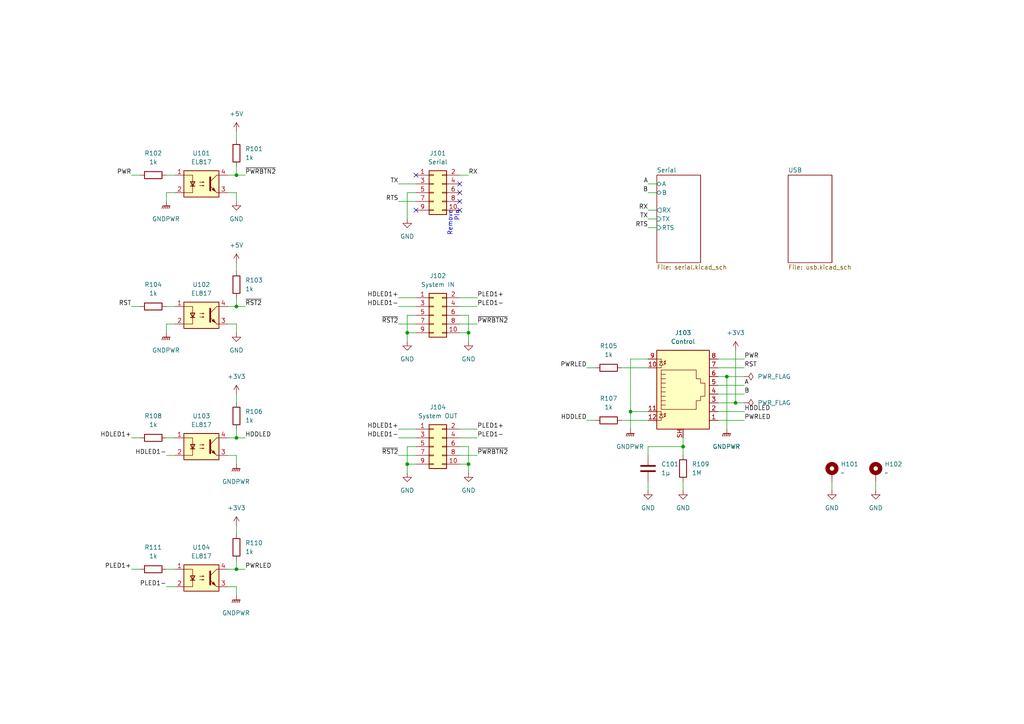
<source format=kicad_sch>
(kicad_sch (version 20230121) (generator eeschema)
  (paper "A4")
  (title_block (title "NAS control remote") (date "2023-01-11") (rev "0.1") (company "Eurovibes Benedikt Spranger") (comment 1 "SPDX-License-Identifier: CERN-OHL-S-2.0") (comment 2 "https://ohwr.org/cern_ohl_s_v2.txt") (comment 3 "To view a copy of this license, visit") (comment 4 "This work is licensed under the CERN-OHL-S v2"))
  (lib_symbols
    (symbol "Connector:RJ45_LED_Shielded" (pin_names (offset 1.016))
      (property "Reference" "J" (at -5.08 13.97 0))
      (property "Value" "RJ45_LED_Shielded" (at 1.27 13.97 0))
      (symbol "RJ45_LED_Shielded_0_1"
        (polyline (pts (xy -7.62 -7.62) (xy -6.35 -7.62)))
        (polyline (pts (xy -7.62 -5.08) (xy -6.35 -5.08)))
        (polyline (pts (xy -7.62 7.62) (xy -6.35 7.62)))
        (polyline (pts (xy -7.62 10.16) (xy -6.35 10.16)))
        (polyline (pts (xy -6.858 -5.842) (xy -5.842 -5.842)))
        (polyline (pts (xy -6.858 9.398) (xy -5.842 9.398)))
        (polyline (pts (xy -6.35 -7.62) (xy -6.35 -6.858)))
        (polyline (pts (xy -6.35 -5.08) (xy -6.35 -5.842)))
        (polyline (pts (xy -6.35 7.62) (xy -6.35 8.382)))
        (polyline (pts (xy -6.35 10.16) (xy -6.35 9.398)))
        (polyline (pts (xy -5.08 -6.223) (xy -5.207 -6.604)))
        (polyline (pts (xy -5.08 -5.588) (xy -5.207 -5.969)))
        (polyline (pts (xy -5.08 4.445) (xy -6.35 4.445)))
        (polyline (pts (xy -5.08 5.715) (xy -6.35 5.715)))
        (polyline (pts (xy -5.08 9.017) (xy -5.207 8.636)))
        (polyline (pts (xy -5.08 9.652) (xy -5.207 9.271)))
        (polyline (pts (xy -6.35 -3.175) (xy -5.08 -3.175) (xy -5.08 -3.175)))
        (polyline (pts (xy -6.35 -1.905) (xy -5.08 -1.905) (xy -5.08 -1.905)))
        (polyline (pts (xy -6.35 -0.635) (xy -5.08 -0.635) (xy -5.08 -0.635)))
        (polyline (pts (xy -6.35 0.635) (xy -5.08 0.635) (xy -5.08 0.635)))
        (polyline (pts (xy -6.35 1.905) (xy -5.08 1.905) (xy -5.08 1.905)))
        (polyline (pts (xy -5.588 -6.731) (xy -5.08 -6.223) (xy -5.461 -6.35)))
        (polyline (pts (xy -5.588 -6.096) (xy -5.08 -5.588) (xy -5.461 -5.715)))
        (polyline (pts (xy -5.588 8.509) (xy -5.08 9.017) (xy -5.461 8.89)))
        (polyline (pts (xy -5.588 9.144) (xy -5.08 9.652) (xy -5.461 9.525)))
        (polyline (pts (xy -5.08 3.175) (xy -6.35 3.175) (xy -6.35 3.175)))
        (polyline (pts (xy -6.35 -5.842) (xy -6.858 -6.858) (xy -5.842 -6.858) (xy -6.35 -5.842)))
        (polyline (pts (xy -6.35 9.398) (xy -6.858 8.382) (xy -5.842 8.382) (xy -6.35 9.398)))
        (polyline (pts (xy -6.35 -4.445) (xy -6.35 6.985) (xy 3.81 6.985) (xy 3.81 4.445) (xy 5.08 4.445) (xy 5.08 3.175) (xy 6.35 3.175) (xy 6.35 -0.635) (xy 5.08 -0.635) (xy 5.08 -1.905) (xy 3.81 -1.905) (xy 3.81 -4.445) (xy -6.35 -4.445) (xy -6.35 -4.445)))
        (rectangle (start 7.62 12.7) (end -7.62 -10.16) (stroke (width 0.254)) (fill (type background)))
      )
      (symbol "RJ45_LED_Shielded_1_1"
        (pin passive line (at 10.16 -7.62 180) (length 2.54) (name "~") (number "1"))
        (pin passive line (at -10.16 7.62 0) (length 2.54) (name "~") (number "10"))
        (pin passive line (at -10.16 -5.08 0) (length 2.54) (name "~") (number "11"))
        (pin passive line (at -10.16 -7.62 0) (length 2.54) (name "~") (number "12"))
        (pin passive line (at 10.16 -5.08 180) (length 2.54) (name "~") (number "2"))
        (pin passive line (at 10.16 -2.54 180) (length 2.54) (name "~") (number "3"))
        (pin passive line (at 10.16 0 180) (length 2.54) (name "~") (number "4"))
        (pin passive line (at 10.16 2.54 180) (length 2.54) (name "~") (number "5"))
        (pin passive line (at 10.16 5.08 180) (length 2.54) (name "~") (number "6"))
        (pin passive line (at 10.16 7.62 180) (length 2.54) (name "~") (number "7"))
        (pin passive line (at 10.16 10.16 180) (length 2.54) (name "~") (number "8"))
        (pin passive line (at -10.16 10.16 0) (length 2.54) (name "~") (number "9"))
        (pin passive line (at 0 -12.7 90) (length 2.54) (name "~") (number "SH"))
      )
    )
    (symbol "Connector_Generic:Conn_02x05_Odd_Even" (pin_names (offset 1.016) hide)
      (property "Reference" "J" (at 1.27 7.62 0))
      (property "Value" "Conn_02x05_Odd_Even" (at 1.27 -7.62 0))
      (symbol "Conn_02x05_Odd_Even_1_1"
        (rectangle (start -1.27 -4.953) (end 0 -5.207) (stroke (width 0.1524)))
        (rectangle (start -1.27 -2.413) (end 0 -2.667) (stroke (width 0.1524)))
        (rectangle (start -1.27 0.127) (end 0 -0.127) (stroke (width 0.1524)))
        (rectangle (start -1.27 2.667) (end 0 2.413) (stroke (width 0.1524)))
        (rectangle (start -1.27 5.207) (end 0 4.953) (stroke (width 0.1524)))
        (rectangle (start -1.27 6.35) (end 3.81 -6.35) (stroke (width 0.254)) (fill (type background)))
        (rectangle (start 3.81 -4.953) (end 2.54 -5.207) (stroke (width 0.1524)))
        (rectangle (start 3.81 -2.413) (end 2.54 -2.667) (stroke (width 0.1524)))
        (rectangle (start 3.81 0.127) (end 2.54 -0.127) (stroke (width 0.1524)))
        (rectangle (start 3.81 2.667) (end 2.54 2.413) (stroke (width 0.1524)))
        (rectangle (start 3.81 5.207) (end 2.54 4.953) (stroke (width 0.1524)))
        (pin passive line (at -5.08 5.08 0) (length 3.81) (name "Pin_1") (number "1"))
        (pin passive line (at 7.62 -5.08 180) (length 3.81) (name "Pin_10") (number "10"))
        (pin passive line (at 7.62 5.08 180) (length 3.81) (name "Pin_2") (number "2"))
        (pin passive line (at -5.08 2.54 0) (length 3.81) (name "Pin_3") (number "3"))
        (pin passive line (at 7.62 2.54 180) (length 3.81) (name "Pin_4") (number "4"))
        (pin passive line (at -5.08 0 0) (length 3.81) (name "Pin_5") (number "5"))
        (pin passive line (at 7.62 0 180) (length 3.81) (name "Pin_6") (number "6"))
        (pin passive line (at -5.08 -2.54 0) (length 3.81) (name "Pin_7") (number "7"))
        (pin passive line (at 7.62 -2.54 180) (length 3.81) (name "Pin_8") (number "8"))
        (pin passive line (at -5.08 -5.08 0) (length 3.81) (name "Pin_9") (number "9"))
      )
    )
    (symbol "Device:C" (pin_numbers hide) (pin_names (offset 0.254))
      (property "Reference" "C" (at 0.635 2.54 0))
      (property "Value" "C" (at 0.635 -2.54 0))
      (symbol "C_0_1"
        (polyline (pts (xy -2.032 -0.762) (xy 2.032 -0.762)) (stroke (width 0.508)))
        (polyline (pts (xy -2.032 0.762) (xy 2.032 0.762)) (stroke (width 0.508)))
      )
      (symbol "C_1_1"
        (pin passive line (at 0 3.81 270) (length 2.794) (name "~") (number "1"))
        (pin passive line (at 0 -3.81 90) (length 2.794) (name "~") (number "2"))
      )
    )
    (symbol "Device:R" (pin_numbers hide) (pin_names (offset 0))
      (property "Reference" "R" (at 2.032 0 90))
      (property "Value" "R" (at 0 0 90))
      (symbol "R_0_1"
        (rectangle (start -1.016 -2.54) (end 1.016 2.54) (stroke (width 0.254)))
      )
      (symbol "R_1_1"
        (pin passive line (at 0 3.81 270) (length 1.27) (name "~") (number "1"))
        (pin passive line (at 0 -3.81 90) (length 1.27) (name "~") (number "2"))
      )
    )
    (symbol "Isolator:EL817" (pin_names (offset 1.016))
      (property "Reference" "U" (at -5.08 5.08 0))
      (property "Value" "EL817" (at 0 5.08 0))
      (symbol "EL817_0_1"
        (rectangle (start -5.08 3.81) (end 5.08 -3.81) (stroke (width 0.254)) (fill (type background)))
        (polyline (pts (xy -3.175 -0.635) (xy -1.905 -0.635)) (stroke (width 0.254)))
        (polyline (pts (xy 2.54 0.635) (xy 4.445 2.54)))
        (polyline (pts (xy 4.445 -2.54) (xy 2.54 -0.635)) (fill (type outline)))
        (polyline (pts (xy 4.445 -2.54) (xy 5.08 -2.54)))
        (polyline (pts (xy 4.445 2.54) (xy 5.08 2.54)))
        (polyline (pts (xy -5.08 2.54) (xy -2.54 2.54) (xy -2.54 -0.635)))
        (polyline (pts (xy -2.54 -0.635) (xy -2.54 -2.54) (xy -5.08 -2.54)))
        (polyline (pts (xy 2.54 1.905) (xy 2.54 -1.905) (xy 2.54 -1.905)) (stroke (width 0.508)))
        (polyline (pts (xy -2.54 -0.635) (xy -3.175 0.635) (xy -1.905 0.635) (xy -2.54 -0.635)) (stroke (width 0.254)))
        (polyline (pts (xy -0.508 -0.508) (xy 0.762 -0.508) (xy 0.381 -0.635) (xy 0.381 -0.381) (xy 0.762 -0.508)))
        (polyline (pts (xy -0.508 0.508) (xy 0.762 0.508) (xy 0.381 0.381) (xy 0.381 0.635) (xy 0.762 0.508)))
        (polyline (pts (xy 3.048 -1.651) (xy 3.556 -1.143) (xy 4.064 -2.159) (xy 3.048 -1.651) (xy 3.048 -1.651)) (fill (type outline)))
      )
      (symbol "EL817_1_1"
        (pin passive line (at -7.62 2.54 0) (length 2.54) (name "~") (number "1"))
        (pin passive line (at -7.62 -2.54 0) (length 2.54) (name "~") (number "2"))
        (pin passive line (at 7.62 -2.54 180) (length 2.54) (name "~") (number "3"))
        (pin passive line (at 7.62 2.54 180) (length 2.54) (name "~") (number "4"))
      )
    )
    (symbol "Mechanical:MountingHole_Pad" (pin_numbers hide) (pin_names (offset 1.016) hide)
      (property "Reference" "H" (at 0 6.35 0))
      (property "Value" "MountingHole_Pad" (at 0 4.445 0))
      (symbol "MountingHole_Pad_0_1"
        (circle (center 0 1.27) (radius 1.27) (stroke (width 1.27)))
      )
      (symbol "MountingHole_Pad_1_1"
        (pin input line (at 0 -2.54 90) (length 2.54) (name "1") (number "1"))
      )
    )
    (symbol "power:+3V3" (power) (pin_names (offset 0))
      (property "Value" "+3V3" (at 0 3.556 0))
      (symbol "+3V3_0_1"
        (polyline (pts (xy -0.762 1.27) (xy 0 2.54)))
        (polyline (pts (xy 0 0) (xy 0 2.54)))
        (polyline (pts (xy 0 2.54) (xy 0.762 1.27)))
      )
      (symbol "+3V3_1_1"
        (pin power_in line (at 0 0 90) (length 0) hide (name "+3V3") (number "1"))
      )
    )
    (symbol "power:+5V" (power) (pin_names (offset 0))
      (property "Value" "+5V" (at 0 3.556 0))
      (symbol "+5V_0_1"
        (polyline (pts (xy -0.762 1.27) (xy 0 2.54)))
        (polyline (pts (xy 0 0) (xy 0 2.54)))
        (polyline (pts (xy 0 2.54) (xy 0.762 1.27)))
      )
      (symbol "+5V_1_1"
        (pin power_in line (at 0 0 90) (length 0) hide (name "+5V") (number "1"))
      )
    )
    (symbol "power:GND" (power) (pin_names (offset 0))
      (property "Value" "GND" (at 0 -3.81 0))
      (symbol "GND_0_1"
        (polyline (pts (xy 0 0) (xy 0 -1.27) (xy 1.27 -1.27) (xy 0 -2.54) (xy -1.27 -1.27) (xy 0 -1.27)))
      )
      (symbol "GND_1_1"
        (pin power_in line (at 0 0 270) (length 0) hide (name "GND") (number "1"))
      )
    )
    (symbol "power:GNDPWR" (power) (pin_names (offset 0))
      (property "Value" "GNDPWR" (at 0 -3.302 0))
      (symbol "GNDPWR_0_1"
        (polyline (pts (xy 0 -1.27) (xy 0 0)))
        (polyline (pts (xy -1.016 -1.27) (xy -1.27 -2.032) (xy -1.27 -2.032)) (stroke (width 0.2032)))
        (polyline (pts (xy -0.508 -1.27) (xy -0.762 -2.032) (xy -0.762 -2.032)) (stroke (width 0.2032)))
        (polyline (pts (xy 0 -1.27) (xy -0.254 -2.032) (xy -0.254 -2.032)) (stroke (width 0.2032)))
        (polyline (pts (xy 0.508 -1.27) (xy 0.254 -2.032) (xy 0.254 -2.032)) (stroke (width 0.2032)))
        (polyline (pts (xy 1.016 -1.27) (xy -1.016 -1.27) (xy -1.016 -1.27)) (stroke (width 0.2032)))
        (polyline (pts (xy 1.016 -1.27) (xy 0.762 -2.032) (xy 0.762 -2.032) (xy 0.762 -2.032)) (stroke (width 0.2032)))
      )
      (symbol "GNDPWR_1_1"
        (pin power_in line (at 0 0 270) (length 0) hide (name "GNDPWR") (number "1"))
      )
    )
    (symbol "power:PWR_FLAG" (power) (pin_numbers hide) (pin_names (offset 0) hide)
      (property "Value" "PWR_FLAG" (at 0 3.81 0))
      (symbol "PWR_FLAG_0_0"
        (pin power_out line (at 0 0 90) (length 0) (name "pwr") (number "1"))
      )
      (symbol "PWR_FLAG_0_1"
        (polyline (pts (xy 0 0) (xy 0 1.27) (xy -1.016 1.905) (xy 0 2.54) (xy 1.016 1.905) (xy 0 1.27)))
      )
    )
  )
  (junction (at 68.58 88.9))
  (junction (at 68.58 127))
  (junction (at 118.11 134.62))
  (junction (at 182.88 119.38))
  (junction (at 135.89 96.52))
  (junction (at 213.36 116.84))
  (junction (at 68.58 165.1))
  (junction (at 210.82 109.22))
  (junction (at 118.11 96.52))
  (junction (at 68.58 50.8))
  (junction (at 198.12 129.54))
  (junction (at 135.89 134.62))
  (no_connect (at 120.65 60.96))
  (no_connect (at 133.35 60.96))
  (no_connect (at 133.35 55.88))
  (no_connect (at 133.35 58.42))
  (no_connect (at 133.35 53.34))
  (no_connect (at 120.65 50.8))
  (wire (pts (xy 135.89 134.62) (xy 135.89 137.16)))
  (wire (pts (xy 68.58 127) (xy 68.58 124.46)))
  (wire (pts (xy 198.12 139.7) (xy 198.12 142.24)))
  (wire (pts (xy 48.26 55.88) (xy 48.26 58.42)))
  (wire (pts (xy 135.89 91.44) (xy 135.89 96.52)))
  (wire (pts (xy 68.58 38.1) (xy 68.58 40.64)))
  (wire (pts (xy 180.34 106.68) (xy 187.96 106.68)))
  (wire (pts (xy 68.58 50.8) (xy 71.12 50.8)))
  (wire (pts (xy 198.12 129.54) (xy 198.12 132.08)))
  (wire (pts (xy 170.18 121.92) (xy 172.72 121.92)))
  (wire (pts (xy 48.26 165.1) (xy 50.8 165.1)))
  (wire (pts (xy 66.04 50.8) (xy 68.58 50.8)))
  (wire (pts (xy 133.35 91.44) (xy 135.89 91.44)))
  (wire (pts (xy 208.28 111.76) (xy 215.9 111.76)))
  (wire (pts (xy 135.89 96.52) (xy 135.89 99.06)))
  (wire (pts (xy 187.96 129.54) (xy 198.12 129.54)))
  (wire (pts (xy 115.57 53.34) (xy 120.65 53.34)))
  (wire (pts (xy 135.89 129.54) (xy 135.89 134.62)))
  (wire (pts (xy 208.28 109.22) (xy 210.82 109.22)))
  (wire (pts (xy 187.96 53.34) (xy 190.5 53.34)))
  (wire (pts (xy 208.28 121.92) (xy 215.9 121.92)))
  (wire (pts (xy 68.58 132.08) (xy 68.58 134.62)))
  (wire (pts (xy 241.3 139.7) (xy 241.3 142.24)))
  (wire (pts (xy 48.26 93.98) (xy 50.8 93.98)))
  (wire (pts (xy 182.88 119.38) (xy 187.96 119.38)))
  (wire (pts (xy 66.04 165.1) (xy 68.58 165.1)))
  (wire (pts (xy 118.11 96.52) (xy 120.65 96.52)))
  (wire (pts (xy 213.36 101.6) (xy 213.36 116.84)))
  (wire (pts (xy 187.96 139.7) (xy 187.96 142.24)))
  (wire (pts (xy 115.57 93.98) (xy 120.65 93.98)))
  (wire (pts (xy 38.1 50.8) (xy 40.64 50.8)))
  (wire (pts (xy 187.96 66.04) (xy 190.5 66.04)))
  (wire (pts (xy 133.35 134.62) (xy 135.89 134.62)))
  (wire (pts (xy 68.58 50.8) (xy 68.58 48.26)))
  (wire (pts (xy 180.34 121.92) (xy 187.96 121.92)))
  (wire (pts (xy 48.26 170.18) (xy 50.8 170.18)))
  (wire (pts (xy 208.28 104.14) (xy 215.9 104.14)))
  (wire (pts (xy 68.58 165.1) (xy 68.58 162.56)))
  (wire (pts (xy 170.18 106.68) (xy 172.72 106.68)))
  (wire (pts (xy 115.57 86.36) (xy 120.65 86.36)))
  (wire (pts (xy 66.04 93.98) (xy 68.58 93.98)))
  (wire (pts (xy 66.04 170.18) (xy 68.58 170.18)))
  (wire (pts (xy 187.96 60.96) (xy 190.5 60.96)))
  (wire (pts (xy 38.1 88.9) (xy 40.64 88.9)))
  (wire (pts (xy 68.58 152.4) (xy 68.58 154.94)))
  (wire (pts (xy 133.35 132.08) (xy 138.43 132.08)))
  (wire (pts (xy 133.35 93.98) (xy 138.43 93.98)))
  (wire (pts (xy 118.11 55.88) (xy 118.11 63.5)))
  (wire (pts (xy 68.58 114.3) (xy 68.58 116.84)))
  (wire (pts (xy 38.1 165.1) (xy 40.64 165.1)))
  (wire (pts (xy 182.88 119.38) (xy 182.88 124.46)))
  (wire (pts (xy 68.58 165.1) (xy 71.12 165.1)))
  (wire (pts (xy 198.12 127) (xy 198.12 129.54)))
  (wire (pts (xy 118.11 129.54) (xy 118.11 134.62)))
  (wire (pts (xy 68.58 170.18) (xy 68.58 172.72)))
  (wire (pts (xy 133.35 88.9) (xy 138.43 88.9)))
  (wire (pts (xy 68.58 93.98) (xy 68.58 96.52)))
  (wire (pts (xy 115.57 124.46) (xy 120.65 124.46)))
  (wire (pts (xy 118.11 134.62) (xy 118.11 137.16)))
  (wire (pts (xy 120.65 91.44) (xy 118.11 91.44)))
  (wire (pts (xy 48.26 127) (xy 50.8 127)))
  (wire (pts (xy 68.58 88.9) (xy 68.58 86.36)))
  (wire (pts (xy 68.58 127) (xy 71.12 127)))
  (wire (pts (xy 208.28 119.38) (xy 215.9 119.38)))
  (wire (pts (xy 115.57 132.08) (xy 120.65 132.08)))
  (wire (pts (xy 120.65 129.54) (xy 118.11 129.54)))
  (wire (pts (xy 187.96 63.5) (xy 190.5 63.5)))
  (wire (pts (xy 66.04 127) (xy 68.58 127)))
  (wire (pts (xy 120.65 55.88) (xy 118.11 55.88)))
  (wire (pts (xy 210.82 109.22) (xy 215.9 109.22)))
  (wire (pts (xy 118.11 96.52) (xy 118.11 99.06)))
  (wire (pts (xy 133.35 129.54) (xy 135.89 129.54)))
  (wire (pts (xy 208.28 114.3) (xy 215.9 114.3)))
  (wire (pts (xy 133.35 127) (xy 138.43 127)))
  (wire (pts (xy 118.11 91.44) (xy 118.11 96.52)))
  (wire (pts (xy 38.1 127) (xy 40.64 127)))
  (wire (pts (xy 68.58 76.2) (xy 68.58 78.74)))
  (wire (pts (xy 182.88 104.14) (xy 182.88 119.38)))
  (wire (pts (xy 68.58 88.9) (xy 71.12 88.9)))
  (wire (pts (xy 118.11 134.62) (xy 120.65 134.62)))
  (wire (pts (xy 187.96 55.88) (xy 190.5 55.88)))
  (wire (pts (xy 254 139.7) (xy 254 142.24)))
  (wire (pts (xy 208.28 106.68) (xy 215.9 106.68)))
  (wire (pts (xy 48.26 55.88) (xy 50.8 55.88)))
  (wire (pts (xy 208.28 116.84) (xy 213.36 116.84)))
  (wire (pts (xy 48.26 50.8) (xy 50.8 50.8)))
  (wire (pts (xy 66.04 88.9) (xy 68.58 88.9)))
  (wire (pts (xy 48.26 93.98) (xy 48.26 96.52)))
  (wire (pts (xy 48.26 88.9) (xy 50.8 88.9)))
  (wire (pts (xy 187.96 132.08) (xy 187.96 129.54)))
  (wire (pts (xy 48.26 132.08) (xy 50.8 132.08)))
  (wire (pts (xy 133.35 96.52) (xy 135.89 96.52)))
  (wire (pts (xy 210.82 109.22) (xy 210.82 124.46)))
  (wire (pts (xy 66.04 132.08) (xy 68.58 132.08)))
  (wire (pts (xy 115.57 127) (xy 120.65 127)))
  (wire (pts (xy 187.96 104.14) (xy 182.88 104.14)))
  (wire (pts (xy 133.35 50.8) (xy 135.89 50.8)))
  (wire (pts (xy 133.35 124.46) (xy 138.43 124.46)))
  (wire (pts (xy 68.58 55.88) (xy 68.58 58.42)))
  (wire (pts (xy 213.36 116.84) (xy 215.9 116.84)))
  (wire (pts (xy 115.57 58.42) (xy 120.65 58.42)))
  (wire (pts (xy 66.04 55.88) (xy 68.58 55.88)))
  (wire (pts (xy 133.35 86.36) (xy 138.43 86.36)))
  (wire (pts (xy 115.57 88.9) (xy 120.65 88.9)))
  (text "Remove\nPin" (at 133.35 60.96 90) (effects (font (size 1.27 1.27)) (justify right bottom)))
  (label "~{PWRBTN2}" (at 138.43 93.98 0))
  (label "PLED1+" (at 38.1 165.1 180))
  (label "RTS" (at 115.57 58.42 180))
  (label "HDLED1-" (at 48.26 132.08 180))
  (label "A" (at 215.9 111.76 0))
  (label "PLED1-" (at 138.43 88.9 0))
  (label "RST" (at 38.1 88.9 180))
  (label "~{PWRBTN2}" (at 71.12 50.8 0))
  (label "~{RST2}" (at 115.57 132.08 180))
  (label "PWRLED" (at 215.9 121.92 0))
  (label "HDDLED" (at 71.12 127 0))
  (label "~{RST2}" (at 115.57 93.98 180))
  (label "PLED1-" (at 48.26 170.18 180))
  (label "PLED1+" (at 138.43 86.36 0))
  (label "HDDLED" (at 170.18 121.92 180))
  (label "TX" (at 115.57 53.34 180))
  (label "B" (at 187.96 55.88 180))
  (label "TX" (at 187.96 63.5 180))
  (label "PLED1+" (at 138.43 124.46 0))
  (label "PLED1-" (at 138.43 127 0))
  (label "RX" (at 187.96 60.96 180))
  (label "HDDLED" (at 215.9 119.38 0))
  (label "PWR" (at 38.1 50.8 180))
  (label "HDLED1+" (at 38.1 127 180))
  (label "RTS" (at 187.96 66.04 180))
  (label "RX" (at 135.89 50.8 0))
  (label "B" (at 215.9 114.3 0))
  (label "~{RST2}" (at 71.12 88.9 0))
  (label "RST" (at 215.9 106.68 0))
  (label "A" (at 187.96 53.34 180))
  (label "PWRLED" (at 71.12 165.1 0))
  (label "HDLED1+" (at 115.57 86.36 180))
  (label "HDLED1+" (at 115.57 124.46 180))
  (label "PWR" (at 215.9 104.14 0))
  (label "PWRLED" (at 170.18 106.68 180))
  (label "HDLED1-" (at 115.57 88.9 180))
  (label "~{PWRBTN2}" (at 138.43 132.08 0))
  (label "HDLED1-" (at 115.57 127 180))
  (symbol (lib_id "power:GNDPWR") (at 68.58 134.62 0) (unit 1)
    (property "Reference" "#PWR0114" (effects hide))
    (property "Value" "GNDPWR" (at 68.453 139.7 0))
  )
  (symbol (lib_id "Device:R") (at 68.58 120.65 180) (unit 1)
    (property "Reference" "R106" (at 71.12 119.3799 0) (effects (justify right)))
    (property "Value" "1k" (at 71.12 121.9199 0) (effects (justify right)))
    (property "Footprint" "Resistor_SMD:R_0402_1005Metric" (effects hide))
    (property "LCSC#" "C11702" (effects hide))
    (property "Description" "62.5mW Thick Film Resistors 50V ±100ppm/℃ ±1% -55℃~+155℃ 1kΩ 0402 Chip Resistor - Surface Mount ROHS" (effects hide))
    (property "Manufacture" "UNI-ROYAL(Uniroyal Elec)" (effects hide))
    (property "SupplLink" "https://jlcpcb.com/partdetail/12256-0402WGF1001TCE/C11702" (effects hide))
    (property "assemble" "y" (effects hide))
    (property "mpn" "0402WGF1001TCE" (effects hide))
  )
  (symbol (lib_id "Isolator:EL817") (at 58.42 167.64 0) (unit 1)
    (property "Reference" "U104" (at 58.42 158.75 0))
    (property "Value" "EL817" (at 58.42 161.29 0))
    (property "Footprint" "Package_DIP:SMDIP-4_W7.62mm" (effects hide))
    (property "Datasheet" "http://www.everlight.com/file/ProductFile/EL817.pdf" (effects hide))
    (property "LCSC#" "C106900" (effects hide))
    (property "Description" "35V 5000V -55℃~+110℃ 50mA 18us@2mA,100Ω 18us@2mA,100Ω 0.1V@1mA,20mA 1 6V 1.2V Phototransistor DC SMD-4 Optocouplers - Phototransistor Output ROHS" (effects hide))
    (property "Manufacture" "Everlight Elec" (effects hide))
    (property "SupplLink" "https://jlcpcb.com/partdetail/EverlightElec-EL817S1_C_TU_F/C106900" (effects hide))
    (property "assemble" "y" (effects hide))
    (property "mpn" "EL817S1(C)(TU)-F" (effects hide))
  )
  (symbol (lib_id "Connector_Generic:Conn_02x05_Odd_Even") (at 125.73 91.44 0) (unit 1)
    (property "Reference" "J102" (at 127 80.01 0))
    (property "Value" "System IN" (at 127 82.55 0))
    (property "Footprint" "Connector_PinHeader_2.54mm:PinHeader_2x05_P2.54mm_Vertical" (effects hide))
    (property "assemble" "n" (effects hide))
    (property "Description" "Stiftleiste; Stift; männlich; PIN: 10; gerade; 2,54mm; THT; 2x5; L3mm" (effects hide))
    (property "Manufacture" "CONNFLY" (effects hide))
    (property "SupplLink" "https://www.tme.eu/de/details/zl202-10g/stiftleisten-und-buchsen/connfly/ds1021-2-5sf11-b/" (effects hide))
    (property "mpn" "DS1021-2*5SF11-B" (effects hide))
    (property "tme#" "ZL202-10G" (effects hide))
  )
  (symbol (lib_id "power:GND") (at 68.58 58.42 0) (unit 1)
    (property "Reference" "#PWR0103" (effects hide))
    (property "Value" "GND" (at 68.58 63.5 0))
  )
  (symbol (lib_id "power:GND") (at 198.12 142.24 0) (mirror y) (unit 1)
    (property "Reference" "#PWR0118" (effects hide))
    (property "Value" "GND" (at 198.12 147.32 0))
  )
  (symbol (lib_id "power:+3V3") (at 213.36 101.6 0) (unit 1)
    (property "Reference" "#PWR0110" (effects hide))
    (property "Value" "+3V3" (at 213.36 96.52 0))
  )
  (symbol (lib_id "Mechanical:MountingHole_Pad") (at 254 137.16 0) (unit 1)
    (property "Reference" "H102" (at 256.54 134.6199 0) (effects (justify left)))
    (property "Value" "~" (at 256.54 137.1599 0) (effects (justify left)))
    (property "Footprint" "MountingHole:MountingHole_3.2mm_M3_Pad" (effects hide))
    (property "Description" "Mounting Hole M3" (effects hide))
    (property "Manufacture" "N/A" (effects hide))
    (property "assemble" "n" (effects hide))
    (property "mpn" "N/A" (effects hide))
  )
  (symbol (lib_id "Device:R") (at 198.12 135.89 0) (unit 1)
    (property "Reference" "R109" (at 200.66 134.6199 0) (effects (justify left)))
    (property "Value" "1M" (at 200.66 137.1599 0) (effects (justify left)))
    (property "Footprint" "Resistor_SMD:R_0805_2012Metric" (effects hide))
    (property "LCSC#" "C17514" (effects hide))
    (property "Description" "125mW Thick Film Resistors 150V ±100ppm/℃ ±1% -55℃~+155℃ 1MΩ 0805 Chip Resistor - Surface Mount ROHS" (effects hide))
    (property "Manufacture" "UNI-ROYAL(Uniroyal Elec)" (effects hide))
    (property "SupplLink" "https://jlcpcb.com/partdetail/18202-0805W8F1004T5E/C17514" (effects hide))
    (property "assemble" "y" (effects hide))
    (property "mpn" "0805W8F1004T5E" (effects hide))
  )
  (symbol (lib_id "Isolator:EL817") (at 58.42 91.44 0) (unit 1)
    (property "Reference" "U102" (at 58.42 82.55 0))
    (property "Value" "EL817" (at 58.42 85.09 0))
    (property "Footprint" "Package_DIP:SMDIP-4_W7.62mm" (effects hide))
    (property "Datasheet" "http://www.everlight.com/file/ProductFile/EL817.pdf" (effects hide))
    (property "LCSC#" "C106900" (effects hide))
    (property "Description" "35V 5000V -55℃~+110℃ 50mA 18us@2mA,100Ω 18us@2mA,100Ω 0.1V@1mA,20mA 1 6V 1.2V Phototransistor DC SMD-4 Optocouplers - Phototransistor Output ROHS" (effects hide))
    (property "Manufacture" "Everlight Elec" (effects hide))
    (property "SupplLink" "https://jlcpcb.com/partdetail/EverlightElec-EL817S1_C_TU_F/C106900" (effects hide))
    (property "assemble" "y" (effects hide))
    (property "mpn" "EL817S1(C)(TU)-F" (effects hide))
  )
  (symbol (lib_id "power:PWR_FLAG") (at 215.9 116.84 270) (unit 1)
    (property "Reference" "#FLG0102" (effects hide))
    (property "Value" "PWR_FLAG" (at 219.71 116.8399 90) (effects (justify left)))
  )
  (symbol (lib_id "power:GND") (at 68.58 96.52 0) (unit 1)
    (property "Reference" "#PWR0107" (effects hide))
    (property "Value" "GND" (at 68.58 101.6 0))
  )
  (symbol (lib_id "Device:R") (at 44.45 165.1 90) (unit 1)
    (property "Reference" "R111" (at 44.45 158.75 90))
    (property "Value" "1k" (at 44.45 161.29 90))
    (property "Footprint" "Resistor_SMD:R_0402_1005Metric" (effects hide))
    (property "LCSC#" "C11702" (effects hide))
    (property "Description" "62.5mW Thick Film Resistors 50V ±100ppm/℃ ±1% -55℃~+155℃ 1kΩ 0402 Chip Resistor - Surface Mount ROHS" (effects hide))
    (property "Manufacture" "UNI-ROYAL(Uniroyal Elec)" (effects hide))
    (property "SupplLink" "https://jlcpcb.com/partdetail/12256-0402WGF1001TCE/C11702" (effects hide))
    (property "assemble" "y" (effects hide))
    (property "mpn" "0402WGF1001TCE" (effects hide))
  )
  (symbol (lib_id "power:GNDPWR") (at 68.58 172.72 0) (unit 1)
    (property "Reference" "#PWR0121" (effects hide))
    (property "Value" "GNDPWR" (at 68.453 177.8 0))
  )
  (symbol (lib_id "Device:R") (at 68.58 82.55 180) (unit 1)
    (property "Reference" "R103" (at 71.12 81.2799 0) (effects (justify right)))
    (property "Value" "1k" (at 71.12 83.8199 0) (effects (justify right)))
    (property "Footprint" "Resistor_SMD:R_0402_1005Metric" (effects hide))
    (property "LCSC#" "C11702" (effects hide))
    (property "Description" "62.5mW Thick Film Resistors 50V ±100ppm/℃ ±1% -55℃~+155℃ 1kΩ 0402 Chip Resistor - Surface Mount ROHS" (effects hide))
    (property "Manufacture" "UNI-ROYAL(Uniroyal Elec)" (effects hide))
    (property "SupplLink" "https://jlcpcb.com/partdetail/12256-0402WGF1001TCE/C11702" (effects hide))
    (property "assemble" "y" (effects hide))
    (property "mpn" "0402WGF1001TCE" (effects hide))
  )
  (symbol (lib_id "power:GND") (at 118.11 99.06 0) (mirror y) (unit 1)
    (property "Reference" "#PWR0108" (effects hide))
    (property "Value" "GND" (at 118.11 104.14 0))
  )
  (symbol (lib_id "Connector_Generic:Conn_02x05_Odd_Even") (at 125.73 129.54 0) (unit 1)
    (property "Reference" "J104" (at 127 118.11 0))
    (property "Value" "System OUT" (at 127 120.65 0))
    (property "Footprint" "Connector_PinHeader_2.54mm:PinHeader_2x05_P2.54mm_Vertical" (effects hide))
    (property "assemble" "n" (effects hide))
    (property "Description" "Stiftleiste; Stift; männlich; PIN: 10; gerade; 2,54mm; THT; 2x5; L3mm" (effects hide))
    (property "Manufacture" "CONNFLY" (effects hide))
    (property "SupplLink" "https://www.tme.eu/de/details/zl202-10g/stiftleisten-und-buchsen/connfly/ds1021-2-5sf11-b/" (effects hide))
    (property "mpn" "DS1021-2*5SF11-B" (effects hide))
    (property "tme#" "ZL202-10G" (effects hide))
  )
  (symbol (lib_id "Device:R") (at 44.45 88.9 90) (unit 1)
    (property "Reference" "R104" (at 44.45 82.55 90))
    (property "Value" "1k" (at 44.45 85.09 90))
    (property "Footprint" "Resistor_SMD:R_0402_1005Metric" (effects hide))
    (property "LCSC#" "C11702" (effects hide))
    (property "Description" "62.5mW Thick Film Resistors 50V ±100ppm/℃ ±1% -55℃~+155℃ 1kΩ 0402 Chip Resistor - Surface Mount ROHS" (effects hide))
    (property "Manufacture" "UNI-ROYAL(Uniroyal Elec)" (effects hide))
    (property "SupplLink" "https://jlcpcb.com/partdetail/12256-0402WGF1001TCE/C11702" (effects hide))
    (property "assemble" "y" (effects hide))
    (property "mpn" "0402WGF1001TCE" (effects hide))
  )
  (symbol (lib_id "power:GND") (at 187.96 142.24 0) (mirror y) (unit 1)
    (property "Reference" "#PWR0117" (effects hide))
    (property "Value" "GND" (at 187.96 147.32 0))
  )
  (symbol (lib_id "power:+3V3") (at 68.58 114.3 0) (unit 1)
    (property "Reference" "#PWR0111" (effects hide))
    (property "Value" "+3V3" (at 68.58 109.22 0))
  )
  (symbol (lib_id "Connector:RJ45_LED_Shielded") (at 198.12 114.3 0) (unit 1)
    (property "Reference" "J103" (at 198.12 96.52 0))
    (property "Value" "Control" (at 198.12 99.06 0))
    (property "Footprint" "Connector_RJ:RJ45_Amphenol_RJHSE538X" (effects hide))
    (property "assemble" "n" (effects hide))
    (property "Description" "Buchse; RJ45; Kat: 5; abgeschirmt,mit LED; System: 8p8c; THT" (effects hide))
    (property "Manufacture" "Amphenol Communications Solutions" (effects hide))
    (property "SupplLink" "https://www.tme.eu/de/details/rjhse538b/rj-steckverbinder/amphenol-communications-solutions/rjhse-538b/" (effects hide))
    (property "mpn" "RJHSE-538B" (effects hide))
    (property "tme#" "RJHSE538B" (effects hide))
  )
  (symbol (lib_id "Isolator:EL817") (at 58.42 53.34 0) (unit 1)
    (property "Reference" "U101" (at 58.42 44.45 0))
    (property "Value" "EL817" (at 58.42 46.99 0))
    (property "Footprint" "Package_DIP:SMDIP-4_W7.62mm" (effects hide))
    (property "Datasheet" "http://www.everlight.com/file/ProductFile/EL817.pdf" (effects hide))
    (property "LCSC#" "C106900" (effects hide))
    (property "Description" "35V 5000V -55℃~+110℃ 50mA 18us@2mA,100Ω 18us@2mA,100Ω 0.1V@1mA,20mA 1 6V 1.2V Phototransistor DC SMD-4 Optocouplers - Phototransistor Output ROHS" (effects hide))
    (property "Manufacture" "Everlight Elec" (effects hide))
    (property "SupplLink" "https://jlcpcb.com/partdetail/EverlightElec-EL817S1_C_TU_F/C106900" (effects hide))
    (property "assemble" "y" (effects hide))
    (property "mpn" "EL817S1(C)(TU)-F" (effects hide))
  )
  (symbol (lib_id "Connector_Generic:Conn_02x05_Odd_Even") (at 125.73 55.88 0) (unit 1)
    (property "Reference" "J101" (at 127 44.45 0))
    (property "Value" "Serial" (at 127 46.99 0))
    (property "Footprint" "Connector_PinHeader_2.54mm:PinHeader_2x05_P2.54mm_Vertical" (effects hide))
    (property "assemble" "n" (effects hide))
    (property "Description" "Stiftleiste; Stift; männlich; PIN: 10; gerade; 2,54mm; THT; 2x5; L3mm" (effects hide))
    (property "Manufacture" "CONNFLY" (effects hide))
    (property "SupplLink" "https://www.tme.eu/de/details/zl202-10g/stiftleisten-und-buchsen/connfly/ds1021-2-5sf11-b/" (effects hide))
    (property "mpn" "DS1021-2*5SF11-B" (effects hide))
    (property "tme#" "ZL202-10G" (effects hide))
  )
  (symbol (lib_id "Device:C") (at 187.96 135.89 0) (unit 1)
    (property "Reference" "C101" (at 191.77 134.6199 0) (effects (justify left)))
    (property "Value" "1µ" (at 191.77 137.1599 0) (effects (justify left)))
    (property "Footprint" "Capacitor_SMD:C_1206_3216Metric" (effects hide))
    (property "LCSC#" "C1848" (effects hide))
    (property "Description" "50V 1uF X7R ±10% 1206 Multilayer Ceramic Capacitors MLCC - SMD/SMT ROHS" (effects hide))
    (property "Manufacture" "Samsung Electro-Mechanics" (effects hide))
    (property "SupplLink" "https://jlcpcb.com/partdetail/2200-CL31B105KBHNNNE/C1848" (effects hide))
    (property "assemble" "y" (effects hide))
    (property "mpn" "CL31B105KBHNNNE" (effects hide))
  )
  (symbol (lib_id "Isolator:EL817") (at 58.42 129.54 0) (unit 1)
    (property "Reference" "U103" (at 58.42 120.65 0))
    (property "Value" "EL817" (at 58.42 123.19 0))
    (property "Footprint" "Package_DIP:SMDIP-4_W7.62mm" (effects hide))
    (property "Datasheet" "http://www.everlight.com/file/ProductFile/EL817.pdf" (effects hide))
    (property "LCSC#" "C106900" (effects hide))
    (property "Description" "35V 5000V -55℃~+110℃ 50mA 18us@2mA,100Ω 18us@2mA,100Ω 0.1V@1mA,20mA 1 6V 1.2V Phototransistor DC SMD-4 Optocouplers - Phototransistor Output ROHS" (effects hide))
    (property "Manufacture" "Everlight Elec" (effects hide))
    (property "SupplLink" "https://jlcpcb.com/partdetail/EverlightElec-EL817S1_C_TU_F/C106900" (effects hide))
    (property "assemble" "y" (effects hide))
    (property "mpn" "EL817S1(C)(TU)-F" (effects hide))
  )
  (symbol (lib_id "power:GNDPWR") (at 210.82 124.46 0) (unit 1)
    (property "Reference" "#PWR0113" (effects hide))
    (property "Value" "GNDPWR" (at 210.693 129.54 0))
  )
  (symbol (lib_id "power:GND") (at 254 142.24 0) (mirror y) (unit 1)
    (property "Reference" "#PWR0119" (effects hide))
    (property "Value" "GND" (at 254 147.32 0))
  )
  (symbol (lib_id "power:GNDPWR") (at 48.26 96.52 0) (unit 1)
    (property "Reference" "#PWR0106" (effects hide))
    (property "Value" "GNDPWR" (at 48.133 101.6 0))
  )
  (symbol (lib_id "Device:R") (at 176.53 106.68 270) (unit 1)
    (property "Reference" "R105" (at 176.53 100.33 90))
    (property "Value" "1k" (at 176.53 102.87 90))
    (property "Footprint" "Resistor_SMD:R_0402_1005Metric" (effects hide))
    (property "LCSC#" "C11702" (effects hide))
    (property "Description" "62.5mW Thick Film Resistors 50V ±100ppm/℃ ±1% -55℃~+155℃ 1kΩ 0402 Chip Resistor - Surface Mount ROHS" (effects hide))
    (property "Manufacture" "UNI-ROYAL(Uniroyal Elec)" (effects hide))
    (property "SupplLink" "https://jlcpcb.com/partdetail/12256-0402WGF1001TCE/C11702" (effects hide))
    (property "assemble" "y" (effects hide))
    (property "mpn" "0402WGF1001TCE" (effects hide))
  )
  (symbol (lib_id "power:GNDPWR") (at 182.88 124.46 0) (unit 1)
    (property "Reference" "#PWR0112" (effects hide))
    (property "Value" "GNDPWR" (at 182.753 129.54 0))
  )
  (symbol (lib_id "power:+5V") (at 68.58 76.2 0) (unit 1)
    (property "Reference" "#PWR0105" (effects hide))
    (property "Value" "+5V" (at 68.58 71.12 0))
  )
  (symbol (lib_id "power:PWR_FLAG") (at 215.9 109.22 270) (unit 1)
    (property "Reference" "#FLG0101" (effects hide))
    (property "Value" "PWR_FLAG" (at 219.71 109.2199 90) (effects (justify left)))
  )
  (symbol (lib_id "power:GND") (at 135.89 99.06 0) (mirror y) (unit 1)
    (property "Reference" "#PWR0109" (effects hide))
    (property "Value" "GND" (at 135.89 104.14 0))
  )
  (symbol (lib_id "power:GND") (at 135.89 137.16 0) (mirror y) (unit 1)
    (property "Reference" "#PWR0116" (effects hide))
    (property "Value" "GND" (at 135.89 142.24 0))
  )
  (symbol (lib_id "power:GND") (at 118.11 137.16 0) (mirror y) (unit 1)
    (property "Reference" "#PWR0115" (effects hide))
    (property "Value" "GND" (at 118.11 142.24 0))
  )
  (symbol (lib_id "Device:R") (at 44.45 127 90) (unit 1)
    (property "Reference" "R108" (at 44.45 120.65 90))
    (property "Value" "1k" (at 44.45 123.19 90))
    (property "Footprint" "Resistor_SMD:R_0402_1005Metric" (effects hide))
    (property "LCSC#" "C11702" (effects hide))
    (property "Description" "62.5mW Thick Film Resistors 50V ±100ppm/℃ ±1% -55℃~+155℃ 1kΩ 0402 Chip Resistor - Surface Mount ROHS" (effects hide))
    (property "Manufacture" "UNI-ROYAL(Uniroyal Elec)" (effects hide))
    (property "SupplLink" "https://jlcpcb.com/partdetail/12256-0402WGF1001TCE/C11702" (effects hide))
    (property "assemble" "y" (effects hide))
    (property "mpn" "0402WGF1001TCE" (effects hide))
  )
  (symbol (lib_id "power:GND") (at 118.11 63.5 0) (mirror y) (unit 1)
    (property "Reference" "#PWR0104" (effects hide))
    (property "Value" "GND" (at 118.11 68.58 0))
  )
  (symbol (lib_id "Mechanical:MountingHole_Pad") (at 241.3 137.16 0) (unit 1)
    (property "Reference" "H101" (at 243.84 134.6199 0) (effects (justify left)))
    (property "Value" "~" (at 243.84 137.1599 0) (effects (justify left)))
    (property "Footprint" "MountingHole:MountingHole_3.2mm_M3_Pad" (effects hide))
    (property "Description" "Mounting Hole M3" (effects hide))
    (property "Manufacture" "N/A" (effects hide))
    (property "assemble" "n" (effects hide))
    (property "mpn" "N/A" (effects hide))
  )
  (symbol (lib_id "power:+3V3") (at 68.58 152.4 0) (unit 1)
    (property "Reference" "#PWR0120" (effects hide))
    (property "Value" "+3V3" (at 68.58 147.32 0))
  )
  (symbol (lib_id "Device:R") (at 44.45 50.8 90) (unit 1)
    (property "Reference" "R102" (at 44.45 44.45 90))
    (property "Value" "1k" (at 44.45 46.99 90))
    (property "Footprint" "Resistor_SMD:R_0402_1005Metric" (effects hide))
    (property "LCSC#" "C11702" (effects hide))
    (property "Description" "62.5mW Thick Film Resistors 50V ±100ppm/℃ ±1% -55℃~+155℃ 1kΩ 0402 Chip Resistor - Surface Mount ROHS" (effects hide))
    (property "Manufacture" "UNI-ROYAL(Uniroyal Elec)" (effects hide))
    (property "SupplLink" "https://jlcpcb.com/partdetail/12256-0402WGF1001TCE/C11702" (effects hide))
    (property "assemble" "y" (effects hide))
    (property "mpn" "0402WGF1001TCE" (effects hide))
  )
  (symbol (lib_id "Device:R") (at 68.58 158.75 180) (unit 1)
    (property "Reference" "R110" (at 71.12 157.4799 0) (effects (justify right)))
    (property "Value" "1k" (at 71.12 160.0199 0) (effects (justify right)))
    (property "Footprint" "Resistor_SMD:R_0402_1005Metric" (effects hide))
    (property "LCSC#" "C11702" (effects hide))
    (property "Description" "62.5mW Thick Film Resistors 50V ±100ppm/℃ ±1% -55℃~+155℃ 1kΩ 0402 Chip Resistor - Surface Mount ROHS" (effects hide))
    (property "Manufacture" "UNI-ROYAL(Uniroyal Elec)" (effects hide))
    (property "SupplLink" "https://jlcpcb.com/partdetail/12256-0402WGF1001TCE/C11702" (effects hide))
    (property "assemble" "y" (effects hide))
    (property "mpn" "0402WGF1001TCE" (effects hide))
  )
  (symbol (lib_id "power:GND") (at 241.3 142.24 0) (mirror y) (unit 1)
    (property "Reference" "#PWR0122" (effects hide))
    (property "Value" "GND" (at 241.3 147.32 0))
  )
  (symbol (lib_id "power:+5V") (at 68.58 38.1 0) (unit 1)
    (property "Reference" "#PWR0101" (effects hide))
    (property "Value" "+5V" (at 68.58 33.02 0))
  )
  (symbol (lib_id "Device:R") (at 68.58 44.45 180) (unit 1)
    (property "Reference" "R101" (at 71.12 43.1799 0) (effects (justify right)))
    (property "Value" "1k" (at 71.12 45.7199 0) (effects (justify right)))
    (property "Footprint" "Resistor_SMD:R_0402_1005Metric" (effects hide))
    (property "LCSC#" "C11702" (effects hide))
    (property "Description" "62.5mW Thick Film Resistors 50V ±100ppm/℃ ±1% -55℃~+155℃ 1kΩ 0402 Chip Resistor - Surface Mount ROHS" (effects hide))
    (property "Manufacture" "UNI-ROYAL(Uniroyal Elec)" (effects hide))
    (property "SupplLink" "https://jlcpcb.com/partdetail/12256-0402WGF1001TCE/C11702" (effects hide))
    (property "assemble" "y" (effects hide))
    (property "mpn" "0402WGF1001TCE" (effects hide))
  )
  (symbol (lib_id "Device:R") (at 176.53 121.92 270) (unit 1)
    (property "Reference" "R107" (at 176.53 115.57 90))
    (property "Value" "1k" (at 176.53 118.11 90))
    (property "Footprint" "Resistor_SMD:R_0402_1005Metric" (effects hide))
    (property "LCSC#" "C11702" (effects hide))
    (property "Description" "62.5mW Thick Film Resistors 50V ±100ppm/℃ ±1% -55℃~+155℃ 1kΩ 0402 Chip Resistor - Surface Mount ROHS" (effects hide))
    (property "Manufacture" "UNI-ROYAL(Uniroyal Elec)" (effects hide))
    (property "SupplLink" "https://jlcpcb.com/partdetail/12256-0402WGF1001TCE/C11702" (effects hide))
    (property "assemble" "y" (effects hide))
    (property "mpn" "0402WGF1001TCE" (effects hide))
  )
  (symbol (lib_id "power:GNDPWR") (at 48.26 58.42 0) (unit 1)
    (property "Reference" "#PWR0102" (effects hide))
    (property "Value" "GNDPWR" (at 48.133 63.5 0))
  )
  (sheet (at 228.6 50.8) (size 12.7 25.4) (stroke (width 0.1524))
    (property "Sheetname" "USB" (at 228.6 50.0884 0) (effects (justify left bottom)))
    (property "Sheetfile" "usb.kicad_sch" (at 228.6 76.7846 0) (effects (justify left top)))
  )
  (sheet (at 190.5 50.8) (size 12.7 25.4) (stroke (width 0.1524))
    (property "Sheetname" "Serial" (at 190.5 50.0884 0) (effects (justify left bottom)))
    (property "Sheetfile" "serial.kicad_sch" (at 190.5 76.7846 0) (effects (justify left top)))
    (pin "A" tri_state (at 190.5 53.34 180))
    (pin "B" tri_state (at 190.5 55.88 180))
    (pin "RX" output (at 190.5 60.96 180))
    (pin "RTS" input (at 190.5 66.04 180))
    (pin "TX" input (at 190.5 63.5 180))
  )
)
</source>
